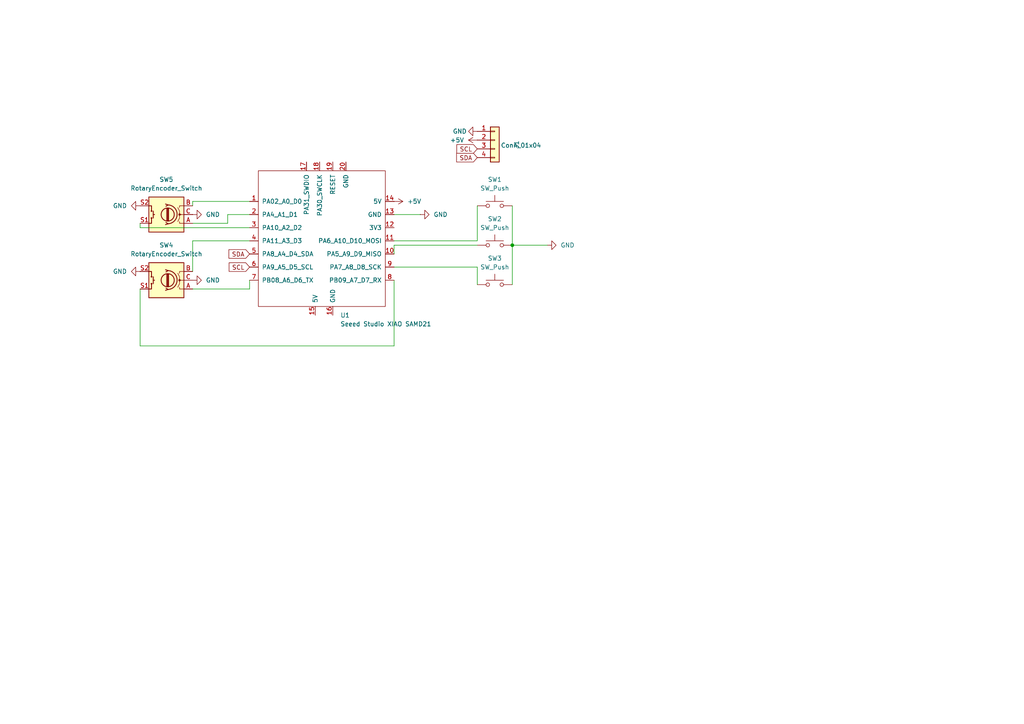
<source format=kicad_sch>
(kicad_sch (version 20231120) (generator "eeschema") (generator_version "8.0")
  (paper "A4")
  (lib_symbols
    (symbol "Connector_Generic:Conn_01x04" (pin_names (offset 1.016) hide)
      (property "Reference" "J" (at 0 5.08 0))
      (property "Value" "Conn_01x04" (at 0 -7.62 0))
      (symbol "Conn_01x04_1_1"
        (rectangle (start -1.27 -4.953) (end 0 -5.207) (stroke (width 0.1524)))
        (rectangle (start -1.27 -2.413) (end 0 -2.667) (stroke (width 0.1524)))
        (rectangle (start -1.27 0.127) (end 0 -0.127) (stroke (width 0.1524)))
        (rectangle (start -1.27 2.667) (end 0 2.413) (stroke (width 0.1524)))
        (rectangle (start -1.27 3.81) (end 1.27 -6.35) (stroke (width 0.254)) (fill (type background)))
        (pin passive line (at -5.08 2.54 0) (length 3.81) (name "Pin_1") (number "1"))
        (pin passive line (at -5.08 0 0) (length 3.81) (name "Pin_2") (number "2"))
        (pin passive line (at -5.08 -2.54 0) (length 3.81) (name "Pin_3") (number "3"))
        (pin passive line (at -5.08 -5.08 0) (length 3.81) (name "Pin_4") (number "4"))
      )
    )
    (symbol "Device:RotaryEncoder_Switch" (pin_names (offset 0.254) hide)
      (property "Reference" "SW" (at 0 6.604 0))
      (property "Value" "RotaryEncoder_Switch" (at 0 -6.604 0))
      (symbol "RotaryEncoder_Switch_0_1"
        (rectangle (start -5.08 5.08) (end 5.08 -5.08) (stroke (width 0.254)) (fill (type background)))
        (circle (center -3.81 0) (radius 0.254) (fill (type outline)))
        (circle (center -0.381 0) (radius 1.905) (stroke (width 0.254)))
        (arc (start -0.381 2.667) (mid -3.0988 -0.0635) (end -0.381 -2.794) (stroke (width 0.254)))
        (polyline (pts (xy -0.635 -1.778) (xy -0.635 1.778)) (stroke (width 0.254)))
        (polyline (pts (xy -0.381 -1.778) (xy -0.381 1.778)) (stroke (width 0.254)))
        (polyline (pts (xy -0.127 1.778) (xy -0.127 -1.778)) (stroke (width 0.254)))
        (polyline (pts (xy 3.81 0) (xy 3.429 0)) (stroke (width 0.254)))
        (polyline (pts (xy 3.81 1.016) (xy 3.81 -1.016)) (stroke (width 0.254)))
        (polyline (pts (xy -5.08 -2.54) (xy -3.81 -2.54) (xy -3.81 -2.032)))
        (polyline (pts (xy -5.08 2.54) (xy -3.81 2.54) (xy -3.81 2.032)))
        (polyline (pts (xy 0.254 -3.048) (xy -0.508 -2.794) (xy 0.127 -2.413)) (stroke (width 0.254)))
        (polyline (pts (xy 0.254 2.921) (xy -0.508 2.667) (xy 0.127 2.286)) (stroke (width 0.254)))
        (polyline (pts (xy 5.08 -2.54) (xy 4.318 -2.54) (xy 4.318 -1.016)) (stroke (width 0.254)))
        (polyline (pts (xy 5.08 2.54) (xy 4.318 2.54) (xy 4.318 1.016)) (stroke (width 0.254)))
        (polyline (pts (xy -5.08 0) (xy -3.81 0) (xy -3.81 -1.016) (xy -3.302 -2.032)))
        (polyline (pts (xy -4.318 0) (xy -3.81 0) (xy -3.81 1.016) (xy -3.302 2.032)))
        (circle (center 4.318 -1.016) (radius 0.127) (stroke (width 0.254)))
        (circle (center 4.318 1.016) (radius 0.127) (stroke (width 0.254)))
      )
      (symbol "RotaryEncoder_Switch_1_1"
        (pin passive line (at -7.62 2.54 0) (length 2.54) (name "A") (number "A"))
        (pin passive line (at -7.62 -2.54 0) (length 2.54) (name "B") (number "B"))
        (pin passive line (at -7.62 0 0) (length 2.54) (name "C") (number "C"))
        (pin passive line (at 7.62 2.54 180) (length 2.54) (name "S1") (number "S1"))
        (pin passive line (at 7.62 -2.54 180) (length 2.54) (name "S2") (number "S2"))
      )
    )
    (symbol "Seeed_Studio_XIAO_Series:Seeed Studio XIAO SAMD21" (pin_names (offset 1.016))
      (property "Reference" "U" (at -19.05 22.86 0))
      (property "Value" "Seeed Studio XIAO SAMD21" (at -12.7 21.59 0))
      (symbol "Seeed Studio XIAO SAMD21_0_1"
        (rectangle (start -19.05 20.32) (end 17.78 -19.05))
      )
      (symbol "Seeed Studio XIAO SAMD21_1_1"
        (pin unspecified line (at -21.59 11.43 0) (length 2.54) (name "PA02_A0_D0") (number "1"))
        (pin unspecified line (at 20.32 -3.81 180) (length 2.54) (name "PA5_A9_D9_MISO") (number "10"))
        (pin unspecified line (at 20.32 0 180) (length 2.54) (name "PA6_A10_D10_MOSI") (number "11"))
        (pin unspecified line (at 20.32 3.81 180) (length 2.54) (name "3V3") (number "12"))
        (pin unspecified line (at 20.32 7.62 180) (length 2.54) (name "GND") (number "13"))
        (pin unspecified line (at 20.32 11.43 180) (length 2.54) (name "5V") (number "14"))
        (pin input line (at -2.54 -21.59 90) (length 2.54) (name "5V") (number "15"))
        (pin input line (at 2.54 -21.59 90) (length 2.54) (name "GND") (number "16"))
        (pin input line (at -5.08 22.86 270) (length 2.54) (name "PA31_SWDIO") (number "17"))
        (pin input line (at -1.27 22.86 270) (length 2.54) (name "PA30_SWCLK") (number "18"))
        (pin input line (at 2.54 22.86 270) (length 2.54) (name "RESET") (number "19"))
        (pin unspecified line (at -21.59 7.62 0) (length 2.54) (name "PA4_A1_D1") (number "2"))
        (pin input line (at 6.35 22.86 270) (length 2.54) (name "GND") (number "20"))
        (pin unspecified line (at -21.59 3.81 0) (length 2.54) (name "PA10_A2_D2") (number "3"))
        (pin unspecified line (at -21.59 0 0) (length 2.54) (name "PA11_A3_D3") (number "4"))
        (pin unspecified line (at -21.59 -3.81 0) (length 2.54) (name "PA8_A4_D4_SDA") (number "5"))
        (pin unspecified line (at -21.59 -7.62 0) (length 2.54) (name "PA9_A5_D5_SCL") (number "6"))
        (pin unspecified line (at -21.59 -11.43 0) (length 2.54) (name "PB08_A6_D6_TX") (number "7"))
        (pin unspecified line (at 20.32 -11.43 180) (length 2.54) (name "PB09_A7_D7_RX") (number "8"))
        (pin unspecified line (at 20.32 -7.62 180) (length 2.54) (name "PA7_A8_D8_SCK") (number "9"))
      )
    )
    (symbol "Switch:SW_Push" (pin_numbers hide) (pin_names (offset 1.016) hide)
      (property "Reference" "SW" (at 1.27 2.54 0))
      (property "Value" "SW_Push" (at 0 -1.524 0))
      (symbol "SW_Push_0_1"
        (circle (center -2.032 0) (radius 0.508))
        (polyline (pts (xy 0 1.27) (xy 0 3.048)))
        (polyline (pts (xy 2.54 1.27) (xy -2.54 1.27)))
        (circle (center 2.032 0) (radius 0.508))
        (pin passive line (at -5.08 0 0) (length 2.54) (name "1") (number "1"))
        (pin passive line (at 5.08 0 180) (length 2.54) (name "2") (number "2"))
      )
    )
    (symbol "power:+5V" (power) (pin_numbers hide) (pin_names (offset 0) hide)
      (property "Value" "+5V" (at 0 3.556 0))
      (symbol "+5V_0_1"
        (polyline (pts (xy -0.762 1.27) (xy 0 2.54)))
        (polyline (pts (xy 0 0) (xy 0 2.54)))
        (polyline (pts (xy 0 2.54) (xy 0.762 1.27)))
      )
      (symbol "+5V_1_1"
        (pin power_in line (at 0 0 90) (length 0) (name "~") (number "1"))
      )
    )
    (symbol "power:GND" (power) (pin_numbers hide) (pin_names (offset 0) hide)
      (property "Value" "GND" (at 0 -3.81 0))
      (symbol "GND_0_1"
        (polyline (pts (xy 0 0) (xy 0 -1.27) (xy 1.27 -1.27) (xy 0 -2.54) (xy -1.27 -1.27) (xy 0 -1.27)))
      )
      (symbol "GND_1_1"
        (pin power_in line (at 0 0 270) (length 0) (name "~") (number "1"))
      )
    )
  )
  (junction (at 148.59 71.12))
  (wire (pts (xy 138.43 82.55) (xy 138.43 77.47)))
  (wire (pts (xy 40.64 83.82) (xy 40.64 100.33)))
  (wire (pts (xy 148.59 71.12) (xy 148.59 82.55)))
  (wire (pts (xy 55.88 69.85) (xy 72.39 69.85)))
  (wire (pts (xy 114.3 71.12) (xy 114.3 73.66)))
  (wire (pts (xy 114.3 100.33) (xy 114.3 81.28)))
  (wire (pts (xy 72.39 83.82) (xy 72.39 81.28)))
  (wire (pts (xy 40.64 66.04) (xy 72.39 66.04)))
  (wire (pts (xy 55.88 78.74) (xy 55.88 69.85)))
  (wire (pts (xy 138.43 69.85) (xy 114.3 69.85)))
  (wire (pts (xy 114.3 62.23) (xy 121.92 62.23)))
  (wire (pts (xy 40.64 100.33) (xy 114.3 100.33)))
  (wire (pts (xy 66.04 62.23) (xy 72.39 62.23)))
  (wire (pts (xy 55.88 64.77) (xy 66.04 64.77)))
  (wire (pts (xy 148.59 71.12) (xy 158.75 71.12)))
  (wire (pts (xy 138.43 71.12) (xy 114.3 71.12)))
  (wire (pts (xy 55.88 59.69) (xy 55.88 58.42)))
  (wire (pts (xy 138.43 59.69) (xy 138.43 69.85)))
  (wire (pts (xy 40.64 64.77) (xy 40.64 66.04)))
  (wire (pts (xy 55.88 58.42) (xy 72.39 58.42)))
  (wire (pts (xy 148.59 59.69) (xy 148.59 71.12)))
  (wire (pts (xy 114.3 77.47) (xy 138.43 77.47)))
  (wire (pts (xy 66.04 64.77) (xy 66.04 62.23)))
  (wire (pts (xy 55.88 83.82) (xy 72.39 83.82)))
  (global_label "SDA" (shape input) (at 72.39 73.66 180) (property "Intersheetrefs" "${INTERSHEET_REFS}" (effects (hide yes))))
  (global_label "SCL" (shape input) (at 138.43 43.18 180) (property "Intersheetrefs" "${INTERSHEET_REFS}" (effects (hide yes))))
  (global_label "SDA" (shape input) (at 138.43 45.72 180) (property "Intersheetrefs" "${INTERSHEET_REFS}" (effects (hide yes))))
  (global_label "SCL" (shape input) (at 72.39 77.47 180) (property "Intersheetrefs" "${INTERSHEET_REFS}" (effects (hide yes))))
  (symbol (lib_id "Device:RotaryEncoder_Switch") (at 48.26 81.28 180) (unit 1)
    (property "Reference" "SW4" (at 48.26 71.12 0))
    (property "Value" "RotaryEncoder_Switch" (at 48.26 73.66 0))
    (property "Footprint" "Rotary_Encoder:RotaryEncoder_Alps_EC11E-Switch_Vertical_H20mm" (effects (hide yes)))
    (property "Description" "Rotary encoder, dual channel, incremental quadrate outputs, with switch" (effects (hide yes)))
  )
  (symbol (lib_id "power:GND") (at 55.88 62.23 90) (unit 1)
    (property "Reference" "#PWR03" (effects (hide yes)))
    (property "Value" "GND" (at 59.69 62.2299 90) (effects (justify right)))
    (property "Description" "Power symbol creates a global label with name \"GND\" , ground" (effects (hide yes)))
  )
  (symbol (lib_id "power:GND") (at 158.75 71.12 90) (unit 1)
    (property "Reference" "#PWR01" (effects (hide yes)))
    (property "Value" "GND" (at 162.56 71.1199 90) (effects (justify right)))
    (property "Description" "Power symbol creates a global label with name \"GND\" , ground" (effects (hide yes)))
  )
  (symbol (lib_id "power:GND") (at 55.88 81.28 90) (unit 1)
    (property "Reference" "#PWR08" (effects (hide yes)))
    (property "Value" "GND" (at 59.69 81.2799 90) (effects (justify right)))
    (property "Description" "Power symbol creates a global label with name \"GND\" , ground" (effects (hide yes)))
  )
  (symbol (lib_id "power:GND") (at 40.64 59.69 270) (unit 1)
    (property "Reference" "#PWR04" (effects (hide yes)))
    (property "Value" "GND" (at 36.83 59.6899 90) (effects (justify right)))
    (property "Description" "Power symbol creates a global label with name \"GND\" , ground" (effects (hide yes)))
  )
  (symbol (lib_id "Connector_Generic:Conn_01x04") (at 143.51 40.64 0) (unit 1)
    (property "Reference" "J1" (at 149.86 41.91 90))
    (property "Value" "Conn_01x04" (at 151.13 42.164 0))
    (property "Footprint" "test:SSD1306-0.91-OLED-4pin-128x32" (effects (hide yes)))
    (property "Description" "Generic connector, single row, 01x04, script generated (kicad-library-utils/schlib/autogen/connector/)" (effects (hide yes)))
  )
  (symbol (lib_id "power:GND") (at 40.64 78.74 270) (unit 1)
    (property "Reference" "#PWR09" (effects (hide yes)))
    (property "Value" "GND" (at 36.83 78.7399 90) (effects (justify right)))
    (property "Description" "Power symbol creates a global label with name \"GND\" , ground" (effects (hide yes)))
  )
  (symbol (lib_id "power:+5V") (at 138.43 40.64 90) (unit 1)
    (property "Reference" "#PWR06" (effects (hide yes)))
    (property "Value" "+5V" (at 134.62 40.6399 90) (effects (justify left)))
    (property "Description" "Power symbol creates a global label with name \"+5V\"" (effects (hide yes)))
  )
  (symbol (lib_id "Switch:SW_Push") (at 143.51 82.55 0) (unit 1)
    (property "Reference" "SW3" (at 143.51 74.93 0))
    (property "Value" "SW_Push" (at 143.51 77.47 0))
    (property "Footprint" "Button_Switch_Keyboard:SW_Cherry_MX_1.00u_PCB" (effects (hide yes)))
    (property "Description" "Push button switch, generic, two pins" (effects (hide yes)))
  )
  (symbol (lib_id "power:GND") (at 138.43 38.1 270) (unit 1)
    (property "Reference" "#PWR05" (effects (hide yes)))
    (property "Value" "GND" (at 133.35 38.1 90))
    (property "Description" "Power symbol creates a global label with name \"GND\" , ground" (effects (hide yes)))
  )
  (symbol (lib_id "Device:RotaryEncoder_Switch") (at 48.26 62.23 180) (unit 1)
    (property "Reference" "SW5" (at 48.26 52.07 0))
    (property "Value" "RotaryEncoder_Switch" (at 48.26 54.61 0))
    (property "Footprint" "Rotary_Encoder:RotaryEncoder_Alps_EC11E-Switch_Vertical_H20mm" (effects (hide yes)))
    (property "Description" "Rotary encoder, dual channel, incremental quadrate outputs, with switch" (effects (hide yes)))
  )
  (symbol (lib_id "power:GND") (at 121.92 62.23 90) (unit 1)
    (property "Reference" "#PWR02" (effects (hide yes)))
    (property "Value" "GND" (at 125.73 62.2299 90) (effects (justify right)))
    (property "Description" "Power symbol creates a global label with name \"GND\" , ground" (effects (hide yes)))
  )
  (symbol (lib_id "power:+5V") (at 114.3 58.42 270) (unit 1)
    (property "Reference" "#PWR07" (effects (hide yes)))
    (property "Value" "+5V" (at 118.11 58.4199 90) (effects (justify left)))
    (property "Description" "Power symbol creates a global label with name \"+5V\"" (effects (hide yes)))
  )
  (symbol (lib_id "Switch:SW_Push") (at 143.51 71.12 0) (unit 1)
    (property "Reference" "SW2" (at 143.51 63.5 0))
    (property "Value" "SW_Push" (at 143.51 66.04 0))
    (property "Footprint" "Button_Switch_Keyboard:SW_Cherry_MX_1.00u_PCB" (effects (hide yes)))
    (property "Description" "Push button switch, generic, two pins" (effects (hide yes)))
  )
  (symbol (lib_id "Switch:SW_Push") (at 143.51 59.69 0) (unit 1)
    (property "Reference" "SW1" (at 143.51 52.07 0))
    (property "Value" "SW_Push" (at 143.51 54.61 0))
    (property "Footprint" "Button_Switch_Keyboard:SW_Cherry_MX_1.00u_PCB" (effects (hide yes)))
    (property "Description" "Push button switch, generic, two pins" (effects (hide yes)))
  )
  (symbol (lib_id "Seeed_Studio_XIAO_Series:Seeed Studio XIAO SAMD21") (at 93.98 69.85 0) (unit 1)
    (property "Reference" "U1" (at 98.7141 91.44 0) (effects (justify left)))
    (property "Value" "Seeed Studio XIAO SAMD21" (at 98.7141 93.98 0) (effects (justify left)))
    (property "Footprint" "Seeed Studio XIAO Series Library:XIAO-Generic-Thruhole-14P-2.54-21X17.8MM" (effects (hide yes)))
  )
)
</source>
